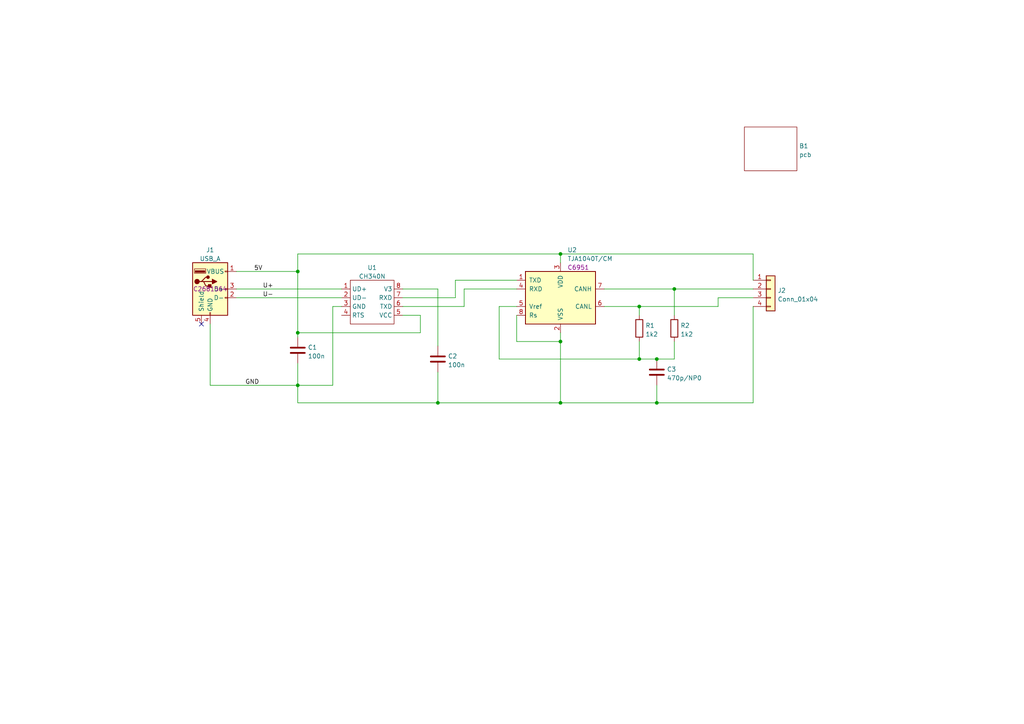
<source format=kicad_sch>
(kicad_sch (version 20211123) (generator eeschema)
  (paper "A4")
  (lib_symbols
    (symbol "Connector:USB_A" (pin_names (offset 1.016))
      (property "Reference" "J" (at -5.08 11.43 0))
      (property "Value" "USB_A" (at -5.08 8.89 0))
      (symbol "USB_A_0_1"
        (rectangle (start -5.08 -7.62) (end 5.08 7.62) (stroke (width 0.254)) (fill (type background)))
        (circle (center -3.81 2.159) (radius 0.635) (stroke (width 0.254)) (fill (type outline)))
        (rectangle (start -1.524 4.826) (end -4.318 5.334) (fill (type outline)))
        (rectangle (start -1.27 4.572) (end -4.572 5.842))
        (circle (center -0.635 3.429) (radius 0.381) (stroke (width 0.254)) (fill (type outline)))
        (rectangle (start -0.127 -7.62) (end 0.127 -6.858))
        (polyline (pts (xy -3.175 2.159) (xy -2.54 2.159) (xy -1.27 3.429) (xy -0.635 3.429)) (stroke (width 0.254)))
        (polyline (pts (xy -2.54 2.159) (xy -1.905 2.159) (xy -1.27 0.889) (xy 0 0.889)) (stroke (width 0.254)))
        (polyline (pts (xy 0.635 2.794) (xy 0.635 1.524) (xy 1.905 2.159) (xy 0.635 2.794)) (stroke (width 0.254)) (fill (type outline)))
        (rectangle (start 0.254 1.27) (end -0.508 0.508) (stroke (width 0.254)) (fill (type outline)))
        (rectangle (start 5.08 -2.667) (end 4.318 -2.413))
        (rectangle (start 5.08 -0.127) (end 4.318 0.127))
        (rectangle (start 5.08 4.953) (end 4.318 5.207))
      )
      (symbol "USB_A_1_1"
        (polyline (pts (xy -1.905 2.159) (xy 0.635 2.159)) (stroke (width 0.254)))
        (pin power_in line (at 7.62 5.08 180) (length 2.54) (name "VBUS") (number "1"))
        (pin bidirectional line (at 7.62 -2.54 180) (length 2.54) (name "D-") (number "2"))
        (pin bidirectional line (at 7.62 0 180) (length 2.54) (name "D+") (number "3"))
        (pin power_in line (at 0 -10.16 90) (length 2.54) (name "GND") (number "4"))
        (pin passive line (at -2.54 -10.16 90) (length 2.54) (name "Shield") (number "5"))
      )
    )
    (symbol "Connector_Generic:Conn_01x04" (pin_names (offset 1.016) hide)
      (property "Reference" "J" (at 0 5.08 0))
      (property "Value" "Conn_01x04" (at 0 -7.62 0))
      (symbol "Conn_01x04_1_1"
        (rectangle (start -1.27 -4.953) (end 0 -5.207) (stroke (width 0.1524)))
        (rectangle (start -1.27 -2.413) (end 0 -2.667) (stroke (width 0.1524)))
        (rectangle (start -1.27 0.127) (end 0 -0.127) (stroke (width 0.1524)))
        (rectangle (start -1.27 2.667) (end 0 2.413) (stroke (width 0.1524)))
        (rectangle (start -1.27 3.81) (end 1.27 -6.35) (stroke (width 0.254)) (fill (type background)))
        (pin passive line (at -5.08 2.54 0) (length 3.81) (name "Pin_1") (number "1"))
        (pin passive line (at -5.08 0 0) (length 3.81) (name "Pin_2") (number "2"))
        (pin passive line (at -5.08 -2.54 0) (length 3.81) (name "Pin_3") (number "3"))
        (pin passive line (at -5.08 -5.08 0) (length 3.81) (name "Pin_4") (number "4"))
      )
    )
    (symbol "Device:C" (pin_numbers hide) (pin_names (offset 0.254))
      (property "Reference" "C" (at 0.635 2.54 0))
      (property "Value" "C" (at 0.635 -2.54 0))
      (symbol "C_0_1"
        (polyline (pts (xy -2.032 -0.762) (xy 2.032 -0.762)) (stroke (width 0.508)))
        (polyline (pts (xy -2.032 0.762) (xy 2.032 0.762)) (stroke (width 0.508)))
      )
      (symbol "C_1_1"
        (pin passive line (at 0 3.81 270) (length 2.794) (name "~") (number "1"))
        (pin passive line (at 0 -3.81 90) (length 2.794) (name "~") (number "2"))
      )
    )
    (symbol "Device:R" (pin_numbers hide) (pin_names (offset 0))
      (property "Reference" "R" (at 2.032 0 90))
      (property "Value" "R" (at 0 0 90))
      (symbol "R_0_1"
        (rectangle (start -1.016 -2.54) (end 1.016 2.54) (stroke (width 0.254)))
      )
      (symbol "R_1_1"
        (pin passive line (at 0 3.81 270) (length 1.27) (name "~") (number "1"))
        (pin passive line (at 0 -3.81 90) (length 1.27) (name "~") (number "2"))
      )
    )
    (symbol "Interface_CAN_LIN:MCP2551-I-P" (pin_names (offset 1.016))
      (property "Reference" "U" (at -10.16 8.89 0))
      (property "Value" "MCP2551-I-P" (at 2.54 8.89 0))
      (symbol "MCP2551-I-P_0_1"
        (rectangle (start -10.16 7.62) (end 10.16 -7.62) (stroke (width 0.254)) (fill (type background)))
      )
      (symbol "MCP2551-I-P_1_1"
        (pin input line (at -12.7 5.08 0) (length 2.54) (name "TXD") (number "1"))
        (pin power_in line (at 0 -10.16 90) (length 2.54) (name "VSS") (number "2"))
        (pin power_in line (at 0 10.16 270) (length 2.54) (name "VDD") (number "3"))
        (pin output line (at -12.7 2.54 0) (length 2.54) (name "RXD") (number "4"))
        (pin power_out line (at -12.7 -2.54 0) (length 2.54) (name "Vref") (number "5"))
        (pin bidirectional line (at 12.7 -2.54 180) (length 2.54) (name "CANL") (number "6"))
        (pin bidirectional line (at 12.7 2.54 180) (length 2.54) (name "CANH") (number "7"))
        (pin input line (at -12.7 -5.08 0) (length 2.54) (name "Rs") (number "8"))
      )
    )
    (symbol "toccata:CH340N"
      (property "Reference" "U" (at 1.27 6.35 0))
      (property "Value" "CH340N" (at 12.7 6.35 0))
      (symbol "CH340N_0_1"
        (polyline (pts (xy 0 5.08) (xy 12.7 5.08) (xy 12.7 -7.62) (xy 0 -7.62) (xy 0 5.08)) (stroke (width 0.1524)))
      )
      (symbol "CH340N_1_1"
        (pin input line (at -2.54 2.54 0) (length 2.54) (name "UD+") (number "1"))
        (pin input line (at -2.54 0 0) (length 2.54) (name "UD-") (number "2"))
        (pin power_in line (at -2.54 -2.54 0) (length 2.54) (name "GND") (number "3"))
        (pin output line (at -2.54 -5.08 0) (length 2.54) (name "RTS") (number "4"))
        (pin power_in line (at 15.24 -5.08 180) (length 2.54) (name "VCC") (number "5"))
        (pin output line (at 15.24 -2.54 180) (length 2.54) (name "TXD") (number "6"))
        (pin input line (at 15.24 0 180) (length 2.54) (name "RXD") (number "7"))
        (pin passive line (at 15.24 2.54 180) (length 2.54) (name "V3") (number "8"))
      )
    )
    (symbol "toccata:pcb" (pin_numbers hide) (pin_names (offset 0) hide)
      (property "Reference" "B" (at -7.62 7.62 0))
      (property "Value" "pcb" (at 0 -7.62 0))
      (symbol "pcb_0_1"
        (rectangle (start -7.62 6.35) (end 7.62 -6.35))
      )
    )
  )
  (junction (at 162.56 116.84))
  (junction (at 190.5 116.84))
  (junction (at 190.5 104.14))
  (junction (at 127 116.84))
  (junction (at 86.36 111.76))
  (junction (at 86.36 96.52))
  (junction (at 162.56 99.06))
  (junction (at 185.42 88.9))
  (junction (at 195.58 83.82))
  (junction (at 162.56 73.66))
  (junction (at 86.36 78.74))
  (junction (at 185.42 104.14))
  (no_connect (at 58.42 93.98))
  (wire (pts (xy 96.52 111.76) (xy 86.36 111.76)))
  (wire (pts (xy 127 83.82) (xy 116.84 83.82)))
  (wire (pts (xy 190.5 111.76) (xy 190.5 116.84)))
  (wire (pts (xy 132.08 81.28) (xy 149.86 81.28)))
  (wire (pts (xy 162.56 76.2) (xy 162.56 73.66)))
  (wire (pts (xy 86.36 96.52) (xy 86.36 97.79)))
  (wire (pts (xy 116.84 91.44) (xy 121.92 91.44)))
  (wire (pts (xy 190.5 104.14) (xy 195.58 104.14)))
  (wire (pts (xy 121.92 96.52) (xy 86.36 96.52)))
  (wire (pts (xy 162.56 99.06) (xy 162.56 116.84)))
  (wire (pts (xy 86.36 105.41) (xy 86.36 111.76)))
  (wire (pts (xy 185.42 104.14) (xy 144.78 104.14)))
  (wire (pts (xy 162.56 73.66) (xy 218.44 73.66)))
  (wire (pts (xy 68.58 78.74) (xy 86.36 78.74)))
  (wire (pts (xy 116.84 88.9) (xy 134.62 88.9)))
  (wire (pts (xy 185.42 99.06) (xy 185.42 104.14)))
  (wire (pts (xy 127 116.84) (xy 86.36 116.84)))
  (wire (pts (xy 162.56 99.06) (xy 162.56 96.52)))
  (wire (pts (xy 68.58 86.36) (xy 99.06 86.36)))
  (wire (pts (xy 99.06 88.9) (xy 96.52 88.9)))
  (wire (pts (xy 218.44 88.9) (xy 218.44 116.84)))
  (wire (pts (xy 121.92 91.44) (xy 121.92 96.52)))
  (wire (pts (xy 134.62 88.9) (xy 134.62 83.82)))
  (wire (pts (xy 149.86 99.06) (xy 162.56 99.06)))
  (wire (pts (xy 208.28 88.9) (xy 208.28 86.36)))
  (wire (pts (xy 68.58 83.82) (xy 99.06 83.82)))
  (wire (pts (xy 162.56 73.66) (xy 86.36 73.66)))
  (wire (pts (xy 96.52 88.9) (xy 96.52 111.76)))
  (wire (pts (xy 195.58 104.14) (xy 195.58 99.06)))
  (wire (pts (xy 116.84 86.36) (xy 132.08 86.36)))
  (wire (pts (xy 162.56 116.84) (xy 127 116.84)))
  (wire (pts (xy 175.26 83.82) (xy 195.58 83.82)))
  (wire (pts (xy 144.78 88.9) (xy 149.86 88.9)))
  (wire (pts (xy 185.42 88.9) (xy 175.26 88.9)))
  (wire (pts (xy 195.58 83.82) (xy 218.44 83.82)))
  (wire (pts (xy 185.42 91.44) (xy 185.42 88.9)))
  (wire (pts (xy 60.96 93.98) (xy 60.96 111.76)))
  (wire (pts (xy 86.36 73.66) (xy 86.36 78.74)))
  (wire (pts (xy 149.86 91.44) (xy 149.86 99.06)))
  (wire (pts (xy 132.08 86.36) (xy 132.08 81.28)))
  (wire (pts (xy 185.42 104.14) (xy 190.5 104.14)))
  (wire (pts (xy 195.58 83.82) (xy 195.58 91.44)))
  (wire (pts (xy 144.78 104.14) (xy 144.78 88.9)))
  (wire (pts (xy 86.36 78.74) (xy 86.36 96.52)))
  (wire (pts (xy 190.5 116.84) (xy 162.56 116.84)))
  (wire (pts (xy 208.28 86.36) (xy 218.44 86.36)))
  (wire (pts (xy 218.44 116.84) (xy 190.5 116.84)))
  (wire (pts (xy 134.62 83.82) (xy 149.86 83.82)))
  (wire (pts (xy 127 107.95) (xy 127 116.84)))
  (wire (pts (xy 218.44 73.66) (xy 218.44 81.28)))
  (wire (pts (xy 86.36 116.84) (xy 86.36 111.76)))
  (wire (pts (xy 185.42 88.9) (xy 208.28 88.9)))
  (wire (pts (xy 127 100.33) (xy 127 83.82)))
  (wire (pts (xy 60.96 111.76) (xy 86.36 111.76)))
  (label "U+" (at 76.2 83.82 0))
  (label "5V" (at 73.66 78.74 0))
  (label "GND" (at 71.12 111.76 0))
  (label "U-" (at 76.2 86.36 0))
  (symbol (lib_id "Interface_CAN_LIN:MCP2551-I-P") (at 162.56 86.36 0) (unit 1)
    (property "Reference" "U2" (at 164.5794 72.5034 0) (effects (justify left)))
    (property "Value" "TJA1040T/CM" (at 164.5794 75.0403 0) (effects (justify left)))
    (property "Footprint" "Package_SO:SOIC-8_3.9x4.9mm_P1.27mm" (effects hide))
    (property "Datasheet" "http://ww1.microchip.com/downloads/en/devicedoc/21667d.pdf" (effects hide))
    (property "Prodno" "C6951" (at 164.5794 77.5772 0) (effects (justify left)))
    (property "Vendor" "J" (effects hide))
    (property "LCSC" "C6951" (effects hide))
  )
  (symbol (lib_id "Device:R") (at 195.58 95.25 0) (unit 1)
    (property "Reference" "R2" (at 197.358 94.4153 0) (effects (justify left)))
    (property "Value" "1k2" (at 197.358 96.9522 0) (effects (justify left)))
    (property "Footprint" "Resistor_SMD:R_0603_1608Metric" (effects hide))
    (property "Prodno" "C22765" (effects hide))
    (property "Vendor" "J" (effects hide))
    (property "LCSC" "C22765" (effects hide))
  )
  (symbol (lib_id "Device:R") (at 185.42 95.25 0) (unit 1)
    (property "Reference" "R1" (at 187.198 94.4153 0) (effects (justify left)))
    (property "Value" "1k2" (at 187.198 96.9522 0) (effects (justify left)))
    (property "Footprint" "Resistor_SMD:R_0603_1608Metric" (effects hide))
    (property "Prodno" "C22765" (effects hide))
    (property "Vendor" "J" (effects hide))
    (property "LCSC" "C22765" (effects hide))
  )
  (symbol (lib_id "toccata:CH340N") (at 101.6 86.36 0) (unit 1)
    (property "Reference" "U1" (at 107.95 77.631 0))
    (property "Value" "CH340N" (at 107.95 80.1679 0))
    (property "Footprint" "Package_SO:SO-8_3.9x4.9mm_P1.27mm" (effects hide))
    (property "Datasheet" "https://www.snapeda.com/parts/CH340N/WCH/datasheet/" (effects hide))
    (property "Prodno" "C2977777" (effects hide))
    (property "Vendor" "J" (effects hide))
    (property "LCSC" "C2977777" (effects hide))
  )
  (symbol (lib_id "Connector:USB_A") (at 60.96 83.82 0) (unit 1)
    (property "Reference" "J1" (at 60.96 72.5002 0))
    (property "Value" "USB_A" (at 60.96 75.0371 0))
    (property "Footprint" "tocc:USBA-SHOUHAN-AM180" (effects hide))
    (property "Datasheet" " ~" (effects hide))
    (property "Prodno" "C2681564" (at 60.96 83.82 0))
    (property "Vendor" "J" (effects hide))
    (property "LCSC" "C2681564" (effects hide))
  )
  (symbol (lib_id "Connector_Generic:Conn_01x04") (at 223.52 83.82 0) (unit 1)
    (property "Reference" "J2" (at 225.552 84.2553 0) (effects (justify left)))
    (property "Value" "Conn_01x04" (at 225.552 86.7922 0) (effects (justify left)))
    (property "Footprint" "Connector_PinHeader_2.54mm:PinHeader_1x04_P2.54mm_Vertical" (effects hide))
  )
  (symbol (lib_id "Device:C") (at 86.36 101.6 0) (unit 1)
    (property "Reference" "C1" (at 89.281 100.7653 0) (effects (justify left)))
    (property "Value" "100n" (at 89.281 103.3022 0) (effects (justify left)))
    (property "Footprint" "Capacitor_SMD:C_0603_1608Metric" (effects hide))
    (property "Prodno" "C14663" (effects hide))
    (property "Vendor" "J" (effects hide))
    (property "LCSC" "C14663" (effects hide))
  )
  (symbol (lib_id "Device:C") (at 127 104.14 0) (unit 1)
    (property "Reference" "C2" (at 129.921 103.3053 0) (effects (justify left)))
    (property "Value" "100n" (at 129.921 105.8422 0) (effects (justify left)))
    (property "Footprint" "Capacitor_SMD:C_0603_1608Metric" (effects hide))
    (property "Prodno" "C14663" (effects hide))
    (property "Vendor" "J" (effects hide))
    (property "LCSC" "C14663" (effects hide))
  )
  (symbol (lib_id "toccata:pcb") (at 223.52 43.18 0) (unit 1)
    (property "Reference" "B1" (at 231.775 42.3453 0) (effects (justify left)))
    (property "Value" "pcb" (at 231.775 44.8822 0) (effects (justify left)))
    (property "Footprint" "tocc:pcbUsbPlug" (effects hide))
  )
  (symbol (lib_id "Device:C") (at 190.5 107.95 0) (unit 1) (in_bom no)
    (property "Reference" "C3" (at 193.421 107.1153 0) (effects (justify left)))
    (property "Value" "470p/NP0" (at 193.421 109.6522 0) (effects (justify left)))
    (property "Footprint" "Capacitor_SMD:C_0603_1608Metric" (effects hide))
    (property "Prodno" "C1620" (effects hide))
    (property "Vendor" "J" (effects hide))
    (property "LCSC" "C1620" (effects hide))
  )
)
</source>
